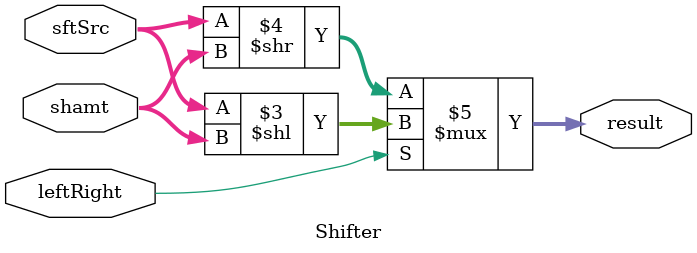
<source format=v>
module Shifter (
    leftRight,
    shamt,
    sftSrc,
    result
);

  //I/O ports
  input leftRight;
  input [5-1:0] shamt;
  input [32-1:0] sftSrc;

  output [32-1:0] result;
  reg [32-1:0] result;
  //Main function
  /*your code here*/
  always @(*) begin
    result = (leftRight == 1'b1) ? (sftSrc << shamt) : (sftSrc >> shamt);
  end
endmodule 

</source>
